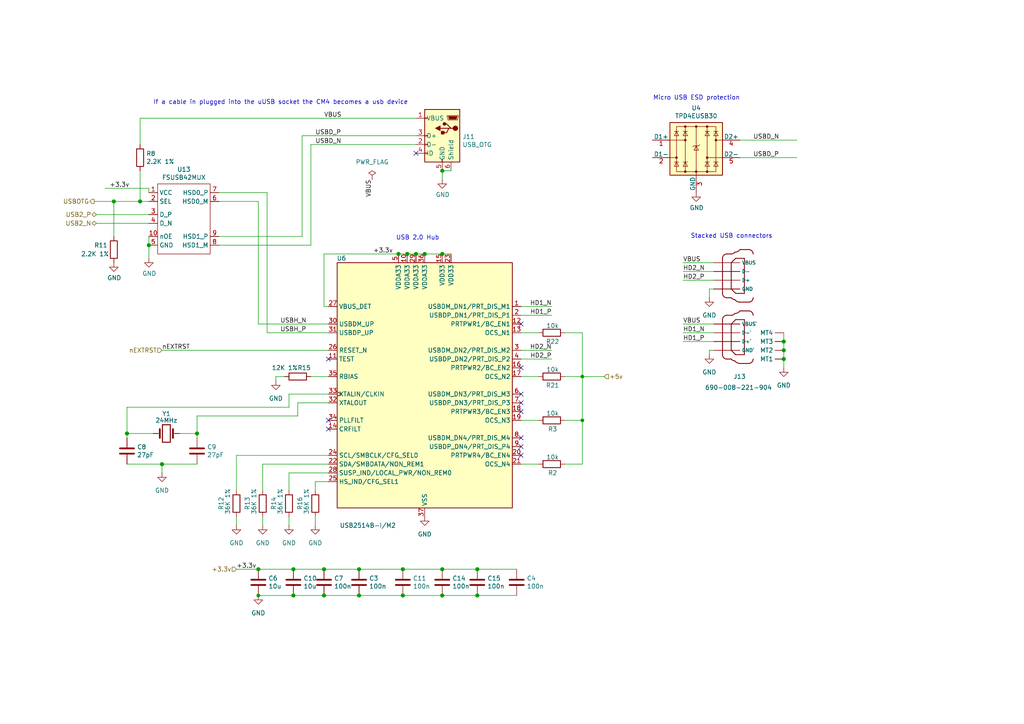
<source format=kicad_sch>
(kicad_sch (version 20250114) (generator "eeschema") (generator_version "9.0")
  (paper "A4")
  (title_block (title "Compute Module 4 - USB") (rev "1") (company "Team Fire 180DA/DW"))
  (lib_symbols
    (symbol "CM4IO:FSUSB42MX"
      (property "Reference" "U" (at -7.62 20.32 0))
      (property "Value" "FSUSB42MX" (at -2.54 -2.54 0))
      (symbol "FSUSB42MX_0_0"
        (pin bidirectional line (at -11.43 16.51 0) (length 2.54) (name "HSD0_P") (number "7"))
        (pin bidirectional line (at -11.43 13.97 0) (length 2.54) (name "HSD0_M") (number "6"))
        (pin bidirectional line (at -11.43 3.81 0) (length 2.54) (name "HSD1_P") (number "9"))
        (pin bidirectional line (at -11.43 1.27 0) (length 2.54) (name "HSD1_M") (number "8"))
        (pin power_in line (at 8.89 16.51 180) (length 2.54) (name "VCC") (number "1"))
        (pin input line (at 8.89 13.97 180) (length 2.54) (name "SEL") (number "2"))
        (pin bidirectional line (at 8.89 10.16 180) (length 2.54) (name "D_P") (number "3"))
        (pin bidirectional line (at 8.89 7.62 180) (length 2.54) (name "D_N") (number "4"))
        (pin input line (at 8.89 3.81 180) (length 2.54) (name "nOE") (number "10"))
        (pin power_in line (at 8.89 1.27 180) (length 2.54) (name "GND") (number "5"))
      )
      (symbol "FSUSB42MX_0_1"
        (rectangle (start -8.89 19.05) (end 6.35 -1.27))
      )
    )
    (symbol "CM4IO:TPD4EUSB30" (pin_names (offset 0))
      (property "Reference" "U" (at -0.635 8.89 0))
      (property "Value" "TPD4EUSB30" (at 8.89 -10.16 0))
      (symbol "TPD4EUSB30_0_0"
        (rectangle (start -5.715 6.477) (end 5.715 -6.604))
        (polyline (pts (xy -3.175 -6.604) (xy -3.175 6.477)))
        (polyline (pts (xy 0 6.477) (xy 0 -6.604)))
        (polyline (pts (xy 3.175 6.477) (xy 3.175 -6.604)))
      )
      (symbol "TPD4EUSB30_0_1"
        (polyline (pts (xy -7.747 2.54) (xy -3.175 2.54)))
        (rectangle (start -7.62 7.62) (end 7.62 -7.62) (stroke (width 0.254)) (fill (type background)))
        (polyline (pts (xy -7.62 -2.54) (xy -5.715 -2.54)))
        (circle (center -5.715 -2.54) (radius 0.2794) (fill (type outline)))
        (polyline (pts (xy -5.08 5.08) (xy -6.35 5.08)))
        (polyline (pts (xy -5.08 3.81) (xy -6.35 3.81) (xy -5.715 5.08) (xy -5.08 3.81)))
        (polyline (pts (xy -5.08 -3.81) (xy -6.35 -3.81)))
        (polyline (pts (xy -5.08 -5.08) (xy -6.35 -5.08) (xy -5.715 -3.81) (xy -5.08 -5.08)))
        (circle (center -3.175 6.477) (radius 0.2794) (fill (type outline)))
        (circle (center -3.175 2.54) (radius 0.2794) (fill (type outline)))
        (circle (center -3.175 -6.604) (radius 0.2794) (fill (type outline)))
        (polyline (pts (xy -2.54 5.08) (xy -3.81 5.08)))
        (polyline (pts (xy -2.54 3.81) (xy -3.81 3.81) (xy -3.175 5.08) (xy -2.54 3.81)))
        (polyline (pts (xy -2.54 -3.81) (xy -3.81 -3.81)))
        (polyline (pts (xy -2.54 -5.08) (xy -3.81 -5.08) (xy -3.175 -3.81) (xy -2.54 -5.08)))
        (polyline (pts (xy -0.635 0.889) (xy -1.016 0.635)))
        (circle (center 0 6.477) (radius 0.2794) (fill (type outline)))
        (polyline (pts (xy 0 -6.604) (xy 0 -7.62)))
        (circle (center 0 -6.604) (radius 0.2794) (fill (type outline)))
        (polyline (pts (xy 0.635 0.889) (xy -0.635 0.889)))
        (polyline (pts (xy 0.635 0.889) (xy 1.016 1.143)))
        (polyline (pts (xy 0.635 -0.381) (xy -0.635 -0.381) (xy 0 0.889) (xy 0.635 -0.381)))
        (circle (center 3.175 6.477) (radius 0.2794) (fill (type outline)))
        (circle (center 3.175 -2.54) (radius 0.2794) (fill (type outline)))
        (circle (center 3.175 -6.604) (radius 0.2794) (fill (type outline)))
        (polyline (pts (xy 3.81 5.08) (xy 2.54 5.08)))
        (polyline (pts (xy 3.81 3.81) (xy 2.54 3.81) (xy 3.175 5.08) (xy 3.81 3.81)))
        (polyline (pts (xy 3.81 -3.81) (xy 2.54 -3.81)))
        (polyline (pts (xy 3.81 -5.08) (xy 2.54 -5.08) (xy 3.175 -3.81) (xy 3.81 -5.08)))
        (circle (center 5.715 2.54) (radius 0.2794) (fill (type outline)))
        (polyline (pts (xy 6.35 5.08) (xy 5.08 5.08)))
        (polyline (pts (xy 6.35 3.81) (xy 5.08 3.81) (xy 5.715 5.08) (xy 6.35 3.81)))
        (polyline (pts (xy 6.35 -3.81) (xy 5.08 -3.81)))
        (polyline (pts (xy 6.35 -5.08) (xy 5.08 -5.08) (xy 5.715 -3.81) (xy 6.35 -5.08)))
        (polyline (pts (xy 7.62 2.54) (xy 5.715 2.54)))
        (polyline (pts (xy 7.62 -2.54) (xy 3.175 -2.54)))
      )
      (symbol "TPD4EUSB30_1_1"
        (pin passive line (at -12.7 2.54 0) (length 5.08) (name "D1+") (number "1"))
        (pin passive line (at -12.7 2.54 0) (length 5.08) (hide yes) (name "~") (number "10"))
        (pin passive line (at -12.7 -2.54 0) (length 5.08) (name "D1-") (number "2"))
        (pin passive line (at -12.7 -2.54 0) (length 5.08) (hide yes) (name "~") (number "9"))
        (pin power_in line (at 0 -12.7 90) (length 5.08) (name "GND") (number "3"))
        (pin passive line (at 0 -12.7 90) (length 5.08) (hide yes) (name "GND") (number "8"))
        (pin passive line (at 12.7 2.54 180) (length 5.08) (name "D2+") (number "4"))
        (pin passive line (at 12.7 2.54 180) (length 5.08) (hide yes) (name "~") (number "7"))
        (pin passive line (at 12.7 -2.54 180) (length 5.08) (name "D2-") (number "5"))
        (pin passive line (at 12.7 -2.54 180) (length 5.08) (hide yes) (name "~") (number "6"))
      )
    )
    (symbol "CM4IO:USB_67298-4090" (pin_numbers (hide yes))
      (property "Reference" "J" (at -5.08 21.6408 0))
      (property "Value" "USB_67298-4090" (at -5.08 -17.8054 0))
      (symbol "USB_67298-4090_0_0"
        (polyline (pts (xy -5.08 16.51) (xy -5.08 6.35)) (stroke (width 0.254)))
        (polyline (pts (xy -5.08 -1.27) (xy -5.08 -11.43)) (stroke (width 0.254)))
        (polyline (pts (xy -3.81 17.78) (xy -2.54 17.78)) (stroke (width 0.254)))
        (polyline (pts (xy -3.81 5.08) (xy -2.54 5.08)) (stroke (width 0.254)))
        (polyline (pts (xy -3.81 0) (xy -2.54 0)) (stroke (width 0.254)))
        (polyline (pts (xy -3.81 -12.7) (xy -2.54 -12.7)) (stroke (width 0.254)))
        (arc (start -5.08 16.51) (mid -4.708 17.408) (end -3.81 17.78) (stroke (width 0.254)))
        (arc (start -3.81 5.08) (mid -4.708 5.452) (end -5.08 6.35) (stroke (width 0.254)))
        (arc (start -5.08 -1.27) (mid -4.708 -0.372) (end -3.81 0) (stroke (width 0.254)))
        (arc (start -3.81 -12.7) (mid -4.708 -12.328) (end -5.08 -11.43) (stroke (width 0.254)))
        (arc (start -1.524 18.288) (mid -1.972 17.9141) (end -2.54 17.78) (stroke (width 0.254)))
        (polyline (pts (xy -2.54 15.24) (xy -2.54 7.62)) (stroke (width 0.254)))
        (polyline (pts (xy -2.54 7.62) (xy -1.27 6.35)) (stroke (width 0.254)))
        (arc (start -1.524 0.508) (mid -1.972 0.1341) (end -2.54 0) (stroke (width 0.254)))
        (polyline (pts (xy -2.54 -2.54) (xy -2.54 -10.16)) (stroke (width 0.254)))
        (polyline (pts (xy -2.54 -10.16) (xy -1.27 -11.43)) (stroke (width 0.254)))
        (arc (start 0 19.05) (mid -0.6721 18.4891) (end -1.524 18.288) (stroke (width 0.254)))
        (arc (start 0 1.27) (mid -0.6721 0.7091) (end -1.524 0.508) (stroke (width 0.254)))
        (arc (start -1.524 4.572) (mid -2.0919 4.7061) (end -2.54 5.08) (stroke (width 0.254)))
        (arc (start -1.524 -13.208) (mid -2.0919 -13.0739) (end -2.54 -12.7) (stroke (width 0.254)))
        (polyline (pts (xy -1.27 16.51) (xy -2.54 15.24)) (stroke (width 0.254)))
        (polyline (pts (xy -1.27 6.35) (xy 1.27 6.35)) (stroke (width 0.254)))
        (polyline (pts (xy -1.27 -1.27) (xy -2.54 -2.54)) (stroke (width 0.254)))
        (polyline (pts (xy -1.27 -11.43) (xy 1.27 -11.43)) (stroke (width 0.254)))
        (polyline (pts (xy 0 19.05) (xy 2.54 19.05)) (stroke (width 0.254)))
        (arc (start 0 3.81) (mid -0.8519 4.0111) (end -1.524 4.572) (stroke (width 0.254)))
        (polyline (pts (xy 0 3.81) (xy 2.54 3.81)) (stroke (width 0.254)))
        (polyline (pts (xy 0 1.27) (xy 2.54 1.27)) (stroke (width 0.254)))
        (arc (start 0 -13.97) (mid -0.8519 -13.7689) (end -1.524 -13.208) (stroke (width 0.254)))
        (polyline (pts (xy 0 -13.97) (xy 2.54 -13.97)) (stroke (width 0.254)))
        (polyline (pts (xy 1.27 16.51) (xy -1.27 16.51)) (stroke (width 0.254)))
        (polyline (pts (xy 1.27 6.35) (xy 1.27 16.51)) (stroke (width 0.254)))
        (polyline (pts (xy 1.27 -1.27) (xy -1.27 -1.27)) (stroke (width 0.254)))
        (polyline (pts (xy 1.27 -11.43) (xy 1.27 -1.27)) (stroke (width 0.254)))
        (arc (start 2.54 19.05) (mid 3.438 18.678) (end 3.81 17.78) (stroke (width 0.254)))
        (arc (start 3.81 5.08) (mid 3.438 4.182) (end 2.54 3.81) (stroke (width 0.254)))
        (arc (start 2.54 1.27) (mid 3.438 0.898) (end 3.81 0) (stroke (width 0.254)))
        (arc (start 3.81 -12.7) (mid 3.438 -13.598) (end 2.54 -13.97) (stroke (width 0.254)))
        (pin power_in line (at -7.62 15.24 0) (length 7.62) (name "VBUS") (number "5"))
        (pin passive line (at -7.62 12.7 0) (length 7.62) (name "D-") (number "6"))
        (pin passive line (at -7.62 10.16 0) (length 7.62) (name "D+") (number "7"))
        (pin power_in line (at -7.62 7.62 0) (length 7.62) (name "GND") (number "8"))
        (pin power_in line (at -7.62 -2.54 0) (length 7.62) (name "VBUS`") (number "1"))
        (pin passive line (at -7.62 -5.08 0) (length 7.62) (name "D-`") (number "2"))
        (pin passive line (at -7.62 -7.62 0) (length 7.62) (name "D+`") (number "3"))
        (pin power_in line (at -7.62 -10.16 0) (length 7.62) (name "GND`") (number "4"))
        (pin passive line (at 12.7 -5.08 180) (length 2.54) (name "MT4") (number "MT4"))
        (pin passive line (at 12.7 -7.62 180) (length 2.54) (name "MT3") (number "MT3"))
        (pin passive line (at 12.7 -10.16 180) (length 2.54) (name "MT2") (number "MT2"))
        (pin passive line (at 12.7 -12.7 180) (length 2.54) (name "MT1") (number "MT1"))
      )
    )
    (symbol "Connector:USB_OTG"
      (property "Reference" "J" (at -5.08 11.43 0))
      (property "Value" "USB_OTG" (at -5.08 8.89 0))
      (symbol "USB_OTG_0_1"
        (rectangle (start -5.08 -7.62) (end 5.08 7.62) (stroke (width 0.254)) (fill (type background)))
        (polyline (pts (xy -4.699 5.842) (xy -4.699 5.588) (xy -4.445 4.826) (xy -4.445 4.572) (xy -1.651 4.572) (xy -1.651 4.826) (xy -1.397 5.588) (xy -1.397 5.842) (xy -4.699 5.842)))
        (polyline (pts (xy -4.318 5.588) (xy -1.778 5.588) (xy -2.032 4.826) (xy -4.064 4.826) (xy -4.318 5.588)) (fill (type outline)))
        (circle (center -3.81 2.159) (radius 0.635) (stroke (width 0.254)) (fill (type outline)))
        (polyline (pts (xy -3.175 2.159) (xy -2.54 2.159) (xy -1.27 3.429) (xy -0.635 3.429)) (stroke (width 0.254)))
        (polyline (pts (xy -2.54 2.159) (xy -1.905 2.159) (xy -1.27 0.889) (xy 0 0.889)) (stroke (width 0.254)))
        (polyline (pts (xy -1.905 2.159) (xy 0.635 2.159)) (stroke (width 0.254)))
        (circle (center -0.635 3.429) (radius 0.381) (stroke (width 0.254)) (fill (type outline)))
        (rectangle (start -0.127 -7.62) (end 0.127 -6.858))
        (rectangle (start 0.254 1.27) (end -0.508 0.508) (stroke (width 0.254)) (fill (type outline)))
        (polyline (pts (xy 0.635 2.794) (xy 0.635 1.524) (xy 1.905 2.159) (xy 0.635 2.794)) (stroke (width 0.254)) (fill (type outline)))
        (rectangle (start 5.08 4.953) (end 4.318 5.207))
        (rectangle (start 5.08 -0.127) (end 4.318 0.127))
        (rectangle (start 5.08 -2.667) (end 4.318 -2.413))
        (rectangle (start 5.08 -5.207) (end 4.318 -4.953))
      )
      (symbol "USB_OTG_1_1"
        (pin passive line (at -2.54 -10.16 90) (length 2.54) (name "Shield") (number "6"))
        (pin power_in line (at 0 -10.16 90) (length 2.54) (name "GND") (number "5"))
        (pin power_in line (at 7.62 5.08 180) (length 2.54) (name "VBUS") (number "1"))
        (pin passive line (at 7.62 0 180) (length 2.54) (name "D+") (number "3"))
        (pin passive line (at 7.62 -2.54 180) (length 2.54) (name "D-") (number "2"))
        (pin passive line (at 7.62 -5.08 180) (length 2.54) (name "ID") (number "4"))
      )
    )
    (symbol "Device:C" (pin_numbers (hide yes)) (pin_names (offset 0.254))
      (property "Reference" "C" (at 0.635 2.54 0))
      (property "Value" "C" (at 0.635 -2.54 0))
      (symbol "C_0_1"
        (polyline (pts (xy -2.032 0.762) (xy 2.032 0.762)) (stroke (width 0.508)))
        (polyline (pts (xy -2.032 -0.762) (xy 2.032 -0.762)) (stroke (width 0.508)))
      )
      (symbol "C_1_1"
        (pin passive line (at 0 3.81 270) (length 2.794) (name "~") (number "1"))
        (pin passive line (at 0 -3.81 90) (length 2.794) (name "~") (number "2"))
      )
    )
    (symbol "Device:Crystal" (pin_numbers (hide yes)) (pin_names (hide yes))
      (property "Reference" "Y" (at 0 3.81 0))
      (property "Value" "Crystal" (at 0 -3.81 0))
      (symbol "Crystal_0_1"
        (polyline (pts (xy -2.54 0) (xy -1.905 0)))
        (polyline (pts (xy -1.905 -1.27) (xy -1.905 1.27)) (stroke (width 0.508)))
        (rectangle (start -1.143 2.54) (end 1.143 -2.54) (stroke (width 0.3048)))
        (polyline (pts (xy 1.905 -1.27) (xy 1.905 1.27)) (stroke (width 0.508)))
        (polyline (pts (xy 2.54 0) (xy 1.905 0)))
      )
      (symbol "Crystal_1_1"
        (pin passive line (at -3.81 0 0) (length 1.27) (name "1") (number "1"))
        (pin passive line (at 3.81 0 180) (length 1.27) (name "2") (number "2"))
      )
    )
    (symbol "Device:R" (pin_numbers (hide yes)) (pin_names (offset 0))
      (property "Reference" "R" (at 2.032 0 90))
      (property "Value" "R" (at 0 0 90))
      (symbol "R_0_1"
        (rectangle (start -1.016 -2.54) (end 1.016 2.54) (stroke (width 0.254)))
      )
      (symbol "R_1_1"
        (pin passive line (at 0 3.81 270) (length 1.27) (name "~") (number "1"))
        (pin passive line (at 0 -3.81 90) (length 1.27) (name "~") (number "2"))
      )
    )
    (symbol "GND_1" (power) (pin_numbers (hide yes)) (pin_names (offset 0) (hide yes))
      (property "Value" "GND" (at 0 -3.81 0))
      (symbol "GND_1_0_1"
        (polyline (pts (xy 0 0) (xy 0 -1.27) (xy 1.27 -1.27) (xy 0 -2.54) (xy -1.27 -1.27) (xy 0 -1.27)))
      )
      (symbol "GND_1_1_1"
        (pin power_in line (at 0 0 270) (length 0) (name "~") (number "1"))
      )
    )
    (symbol "Interface_USB:USB2514B_Bi"
      (property "Reference" "U" (at -17.78 40.64 0))
      (property "Value" "USB2514B_Bi" (at -20.32 38.1 0))
      (symbol "USB2514B_Bi_0_1"
        (rectangle (start -25.4 35.56) (end 25.4 -35.56) (stroke (width 0.254)) (fill (type background)))
      )
      (symbol "USB2514B_Bi_1_1"
        (pin input line (at -27.94 22.86 0) (length 2.54) (name "VBUS_DET") (number "27"))
        (pin bidirectional line (at -27.94 17.78 0) (length 2.54) (name "USBDM_UP") (number "30"))
        (pin bidirectional line (at -27.94 15.24 0) (length 2.54) (name "USBDP_UP") (number "31"))
        (pin input line (at -27.94 10.16 0) (length 2.54) (name "RESET_N") (number "26"))
        (pin input line (at -27.94 7.62 0) (length 2.54) (name "TEST") (number "11"))
        (pin input line (at -27.94 2.54 0) (length 2.54) (name "RBIAS") (number "35"))
        (pin input clock (at -27.94 -2.54 0) (length 2.54) (name "XTALIN/CLKIN") (number "33"))
        (pin output line (at -27.94 -5.08 0) (length 2.54) (name "XTALOUT") (number "32"))
        (pin input line (at -27.94 -10.16 0) (length 2.54) (name "PLLFILT") (number "34"))
        (pin input line (at -27.94 -12.7 0) (length 2.54) (name "CRFILT") (number "14"))
        (pin bidirectional line (at -27.94 -20.32 0) (length 2.54) (name "SCL/SMBCLK/CFG_SEL0") (number "24"))
        (pin bidirectional line (at -27.94 -22.86 0) (length 2.54) (name "SDA/SMBDATA/NON_REM1") (number "22"))
        (pin bidirectional line (at -27.94 -25.4 0) (length 2.54) (name "SUSP_IND/LOCAL_PWR/NON_REM0") (number "28"))
        (pin bidirectional line (at -27.94 -27.94 0) (length 2.54) (name "HS_IND/CFG_SEL1") (number "25"))
        (pin power_in line (at -7.62 38.1 270) (length 2.54) (name "VDDA33") (number "5"))
        (pin power_in line (at -5.08 38.1 270) (length 2.54) (name "VDDA33") (number "10"))
        (pin power_in line (at -2.54 38.1 270) (length 2.54) (name "VDDA33") (number "29"))
        (pin power_in line (at 0 38.1 270) (length 2.54) (name "VDDA33") (number "36"))
        (pin power_in line (at 0 -38.1 90) (length 2.54) (name "VSS") (number "37"))
        (pin power_in line (at 5.08 38.1 270) (length 2.54) (name "VDD33") (number "15"))
        (pin power_in line (at 7.62 38.1 270) (length 2.54) (name "VDD33") (number "23"))
        (pin bidirectional line (at 27.94 22.86 180) (length 2.54) (name "USBDM_DN1/PRT_DIS_M1") (number "1"))
        (pin bidirectional line (at 27.94 20.32 180) (length 2.54) (name "USBDP_DN1/PRT_DIS_P1") (number "2"))
        (pin bidirectional line (at 27.94 17.78 180) (length 2.54) (name "PRTPWR1/BC_EN1") (number "12"))
        (pin input line (at 27.94 15.24 180) (length 2.54) (name "OCS_N1") (number "13"))
        (pin bidirectional line (at 27.94 10.16 180) (length 2.54) (name "USBDM_DN2/PRT_DIS_M2") (number "3"))
        (pin bidirectional line (at 27.94 7.62 180) (length 2.54) (name "USBDP_DN2/PRT_DIS_P2") (number "4"))
        (pin bidirectional line (at 27.94 5.08 180) (length 2.54) (name "PRTPWR2/BC_EN2") (number "16"))
        (pin input line (at 27.94 2.54 180) (length 2.54) (name "OCS_N2") (number "17"))
        (pin bidirectional line (at 27.94 -2.54 180) (length 2.54) (name "USBDM_DN3/PRT_DIS_M3") (number "6"))
        (pin bidirectional line (at 27.94 -5.08 180) (length 2.54) (name "USBDP_DN3/PRT_DIS_P3") (number "7"))
        (pin bidirectional line (at 27.94 -7.62 180) (length 2.54) (name "PRTPWR3/BC_EN3") (number "18"))
        (pin input line (at 27.94 -10.16 180) (length 2.54) (name "OCS_N3") (number "19"))
        (pin bidirectional line (at 27.94 -15.24 180) (length 2.54) (name "USBDM_DN4/PRT_DIS_M4") (number "8"))
        (pin bidirectional line (at 27.94 -17.78 180) (length 2.54) (name "USBDP_DN4/PRT_DIS_P4") (number "9"))
        (pin bidirectional line (at 27.94 -20.32 180) (length 2.54) (name "PRTPWR4/BC_EN4") (number "20"))
        (pin input line (at 27.94 -22.86 180) (length 2.54) (name "OCS_N4") (number "21"))
      )
    )
    (symbol "power:GND" (power) (pin_names (offset 0))
      (property "Value" "GND" (at 0 -3.81 0))
      (symbol "GND_0_1"
        (polyline (pts (xy 0 0) (xy 0 -1.27) (xy 1.27 -1.27) (xy 0 -2.54) (xy -1.27 -1.27) (xy 0 -1.27)))
      )
      (symbol "GND_1_1"
        (pin power_in line (at 0 0 270) (length 0) (hide yes) (name "GND") (number "1"))
      )
    )
    (symbol "power:PWR_FLAG" (power) (pin_numbers (hide yes)) (pin_names (offset 0) (hide yes))
      (property "Value" "PWR_FLAG" (at 0 3.81 0))
      (symbol "PWR_FLAG_0_0"
        (pin power_out line (at 0 0 90) (length 0) (name "~") (number "1"))
      )
      (symbol "PWR_FLAG_0_1"
        (polyline (pts (xy 0 0) (xy 0 1.27) (xy -1.016 1.905) (xy 0 2.54) (xy 1.016 1.905) (xy 0 1.27)))
      )
    )
  )
  (text "USB 2.0 Hub" (at 127.4318 69.7992 0) (effects (font (size 1.27 1.27)) (justify right bottom)))
  (text "If a cable in plugged into the uUSB socket the CM4 becomes a usb device" (at 44.45 30.48 0) (effects (font (size 1.27 1.27)) (justify left bottom)))
  (text "Micro USB ESD protection" (at 214.63 29.21 0) (effects (font (size 1.27 1.27)) (justify right bottom)))
  (text "Stacked USB connectors" (at 224.0788 69.2912 0) (effects (font (size 1.27 1.27)) (justify right bottom)))
  (junction (at 104.14 165.1) (diameter 1.016))
  (junction (at 104.14 172.72) (diameter 1.016))
  (junction (at 138.43 165.1) (diameter 1.016))
  (junction (at 93.98 165.1) (diameter 1.016))
  (junction (at 128.27 49.53) (diameter 1.016))
  (junction (at 227.33 104.14) (diameter 1.016))
  (junction (at 116.84 165.1) (diameter 1.016))
  (junction (at 85.09 165.1) (diameter 1.016))
  (junction (at 168.91 109.22))
  (junction (at 128.27 172.72) (diameter 1.016))
  (junction (at 36.83 125.73) (diameter 1.016))
  (junction (at 120.65 73.66) (diameter 1.016))
  (junction (at 128.27 73.66) (diameter 1.016))
  (junction (at 227.33 99.06) (diameter 1.016))
  (junction (at 74.93 172.72))
  (junction (at 40.64 58.42) (diameter 1.016))
  (junction (at 227.33 101.6) (diameter 1.016))
  (junction (at 123.19 73.66) (diameter 1.016))
  (junction (at 128.27 165.1) (diameter 1.016))
  (junction (at 74.93 165.1) (diameter 1.016))
  (junction (at 93.98 172.72) (diameter 1.016))
  (junction (at 57.15 125.73) (diameter 1.016))
  (junction (at 85.09 172.72) (diameter 1.016))
  (junction (at 43.18 71.12) (diameter 1.016))
  (junction (at 33.02 58.42) (diameter 1.016))
  (junction (at 115.57 73.66) (diameter 1.016))
  (junction (at 116.84 172.72) (diameter 1.016))
  (junction (at 118.11 73.66) (diameter 1.016))
  (junction (at 168.91 121.92))
  (junction (at 138.43 172.72) (diameter 1.016))
  (junction (at 46.99 134.62) (diameter 1.016))
  (no_connect (at 151.13 93.98))
  (no_connect (at 95.25 121.92))
  (no_connect (at 95.25 104.14))
  (no_connect (at 120.65 44.45))
  (no_connect (at 151.13 127))
  (no_connect (at 95.25 124.46))
  (no_connect (at 151.13 129.54))
  (no_connect (at 151.13 119.38))
  (no_connect (at 151.13 106.68))
  (no_connect (at 151.13 132.08))
  (no_connect (at 151.13 114.3))
  (no_connect (at 151.13 116.84))
  (wire (pts (xy 86.36 116.84) (xy 86.36 120.65)))
  (wire (pts (xy 151.13 88.9) (xy 160.02 88.9)))
  (wire (pts (xy 74.93 165.1) (xy 85.09 165.1)))
  (wire (pts (xy 104.14 165.1) (xy 116.84 165.1)))
  (wire (pts (xy 198.12 78.74) (xy 207.01 78.74)))
  (wire (pts (xy 36.83 127) (xy 36.83 125.73)))
  (wire (pts (xy 198.12 81.28) (xy 207.01 81.28)))
  (wire (pts (xy 163.83 96.52) (xy 168.91 96.52)))
  (wire (pts (xy 151.13 91.44) (xy 160.02 91.44)))
  (wire (pts (xy 57.15 120.65) (xy 57.15 125.73)))
  (wire (pts (xy 95.25 93.98) (xy 74.93 93.98)))
  (wire (pts (xy 83.82 142.24) (xy 83.82 137.16)))
  (wire (pts (xy 138.43 165.1) (xy 149.86 165.1)))
  (wire (pts (xy 68.58 149.86) (xy 68.58 152.4)))
  (wire (pts (xy 83.82 118.11) (xy 36.83 118.11)))
  (wire (pts (xy 93.98 88.9) (xy 93.98 73.66)))
  (wire (pts (xy 43.18 58.42) (xy 40.64 58.42)))
  (wire (pts (xy 77.47 55.88) (xy 77.47 96.52)))
  (wire (pts (xy 85.09 165.1) (xy 93.98 165.1)))
  (wire (pts (xy 74.93 58.42) (xy 74.93 93.98)))
  (wire (pts (xy 118.11 73.66) (xy 120.65 73.66)))
  (wire (pts (xy 85.09 172.72) (xy 93.98 172.72)))
  (wire (pts (xy 43.18 55.88) (xy 43.18 54.61)))
  (wire (pts (xy 83.82 114.3) (xy 83.82 118.11)))
  (wire (pts (xy 36.83 118.11) (xy 36.83 125.73)))
  (wire (pts (xy 82.55 109.22) (xy 80.01 109.22)))
  (wire (pts (xy 128.27 172.72) (xy 138.43 172.72)))
  (wire (pts (xy 168.91 121.92) (xy 168.91 134.62)))
  (wire (pts (xy 168.91 109.22) (xy 168.91 121.92)))
  (wire (pts (xy 63.5 71.12) (xy 90.17 71.12)))
  (wire (pts (xy 91.44 149.86) (xy 91.44 152.4)))
  (wire (pts (xy 227.33 104.14) (xy 227.33 106.68)))
  (wire (pts (xy 128.27 49.53) (xy 130.81 49.53)))
  (wire (pts (xy 76.2 134.62) (xy 95.25 134.62)))
  (wire (pts (xy 163.83 109.22) (xy 168.91 109.22)))
  (wire (pts (xy 90.17 71.12) (xy 90.17 41.91)))
  (wire (pts (xy 227.33 96.52) (xy 227.33 99.06)))
  (wire (pts (xy 76.2 149.86) (xy 76.2 152.4)))
  (wire (pts (xy 57.15 125.73) (xy 57.15 127)))
  (wire (pts (xy 151.13 101.6) (xy 160.02 101.6)))
  (wire (pts (xy 163.83 121.92) (xy 168.91 121.92)))
  (wire (pts (xy 151.13 134.62) (xy 156.21 134.62)))
  (wire (pts (xy 90.17 109.22) (xy 95.25 109.22)))
  (wire (pts (xy 198.12 96.52) (xy 207.01 96.52)))
  (wire (pts (xy 128.27 52.07) (xy 128.27 49.53)))
  (wire (pts (xy 123.19 73.66) (xy 128.27 73.66)))
  (wire (pts (xy 214.63 40.64) (xy 231.14 40.64)))
  (wire (pts (xy 63.5 68.58) (xy 87.63 68.58)))
  (wire (pts (xy 168.91 109.22) (xy 175.26 109.22)))
  (wire (pts (xy 27.94 64.77) (xy 43.18 64.77)))
  (wire (pts (xy 68.58 132.08) (xy 95.25 132.08)))
  (wire (pts (xy 151.13 104.14) (xy 160.02 104.14)))
  (wire (pts (xy 163.83 134.62) (xy 168.91 134.62)))
  (wire (pts (xy 95.25 116.84) (xy 86.36 116.84)))
  (wire (pts (xy 168.91 96.52) (xy 168.91 109.22)))
  (wire (pts (xy 87.63 68.58) (xy 87.63 39.37)))
  (wire (pts (xy 214.63 45.72) (xy 231.14 45.72)))
  (wire (pts (xy 198.12 93.98) (xy 207.01 93.98)))
  (wire (pts (xy 86.36 120.65) (xy 57.15 120.65)))
  (wire (pts (xy 151.13 109.22) (xy 156.21 109.22)))
  (wire (pts (xy 93.98 73.66) (xy 115.57 73.66)))
  (wire (pts (xy 83.82 149.86) (xy 83.82 152.4)))
  (wire (pts (xy 227.33 99.06) (xy 227.33 101.6)))
  (wire (pts (xy 46.99 134.62) (xy 57.15 134.62)))
  (wire (pts (xy 91.44 142.24) (xy 91.44 139.7)))
  (wire (pts (xy 227.33 101.6) (xy 227.33 104.14)))
  (wire (pts (xy 120.65 73.66) (xy 123.19 73.66)))
  (wire (pts (xy 27.305 58.42) (xy 33.02 58.42)))
  (wire (pts (xy 138.43 172.72) (xy 149.86 172.72)))
  (wire (pts (xy 83.82 114.3) (xy 95.25 114.3)))
  (wire (pts (xy 63.5 55.88) (xy 77.47 55.88)))
  (wire (pts (xy 207.01 83.82) (xy 205.74 83.82)))
  (wire (pts (xy 151.13 96.52) (xy 156.21 96.52)))
  (wire (pts (xy 198.12 76.2) (xy 207.01 76.2)))
  (wire (pts (xy 36.83 125.73) (xy 44.45 125.73)))
  (wire (pts (xy 115.57 73.66) (xy 118.11 73.66)))
  (wire (pts (xy 30.48 54.61) (xy 43.18 54.61)))
  (wire (pts (xy 95.25 88.9) (xy 93.98 88.9)))
  (wire (pts (xy 91.44 139.7) (xy 95.25 139.7)))
  (wire (pts (xy 36.83 134.62) (xy 46.99 134.62)))
  (wire (pts (xy 128.27 73.66) (xy 130.81 73.66)))
  (wire (pts (xy 77.47 96.52) (xy 95.25 96.52)))
  (wire (pts (xy 104.14 172.72) (xy 116.84 172.72)))
  (wire (pts (xy 63.5 58.42) (xy 74.93 58.42)))
  (wire (pts (xy 198.12 99.06) (xy 207.01 99.06)))
  (wire (pts (xy 74.93 172.72) (xy 85.09 172.72)))
  (wire (pts (xy 68.58 165.1) (xy 74.93 165.1)))
  (wire (pts (xy 43.18 71.12) (xy 43.18 74.93)))
  (wire (pts (xy 93.98 165.1) (xy 104.14 165.1)))
  (wire (pts (xy 33.02 58.42) (xy 33.02 68.58)))
  (wire (pts (xy 207.01 101.6) (xy 205.74 101.6)))
  (wire (pts (xy 116.84 172.72) (xy 128.27 172.72)))
  (wire (pts (xy 93.98 172.72) (xy 104.14 172.72)))
  (wire (pts (xy 116.84 165.1) (xy 128.27 165.1)))
  (wire (pts (xy 40.64 49.53) (xy 40.64 58.42)))
  (wire (pts (xy 46.99 101.6) (xy 95.25 101.6)))
  (wire (pts (xy 128.27 165.1) (xy 138.43 165.1)))
  (wire (pts (xy 205.74 101.6) (xy 205.74 102.87)))
  (wire (pts (xy 27.94 62.23) (xy 43.18 62.23)))
  (wire (pts (xy 76.2 142.24) (xy 76.2 134.62)))
  (wire (pts (xy 52.07 125.73) (xy 57.15 125.73)))
  (wire (pts (xy 40.64 34.29) (xy 120.65 34.29)))
  (wire (pts (xy 40.64 58.42) (xy 33.02 58.42)))
  (wire (pts (xy 68.58 142.24) (xy 68.58 132.08)))
  (wire (pts (xy 90.17 41.91) (xy 120.65 41.91)))
  (wire (pts (xy 205.74 83.82) (xy 205.74 86.36)))
  (wire (pts (xy 87.63 39.37) (xy 120.65 39.37)))
  (wire (pts (xy 151.13 121.92) (xy 156.21 121.92)))
  (wire (pts (xy 80.01 109.22) (xy 80.01 110.49)))
  (wire (pts (xy 40.64 41.91) (xy 40.64 34.29)))
  (wire (pts (xy 83.82 137.16) (xy 95.25 137.16)))
  (wire (pts (xy 43.18 68.58) (xy 43.18 71.12)))
  (wire (pts (xy 46.99 134.62) (xy 46.99 137.16)))
  (label "+3.3v" (at 31.75 54.61 0))
  (label "HD2_P" (at 198.12 81.28 0))
  (label "HD1_P" (at 198.12 99.06 0))
  (label "HD1_N" (at 160.02 88.9 180))
  (label "VBUS" (at 198.12 76.2 0))
  (label "HD2_N" (at 198.12 78.74 0))
  (label "USBD_N" (at 218.44 40.64 0))
  (label "USBD_N" (at 91.44 41.91 0))
  (label "VBUS" (at 107.95 52.07 270))
  (label "HD2_P" (at 160.02 104.14 180))
  (label "VBUS" (at 93.98 34.29 0))
  (label "VBUS" (at 198.12 93.98 0))
  (label "+3.3v" (at 68.58 165.1 0))
  (label "USBH_P" (at 81.28 96.52 0))
  (label "nEXTRST" (at 46.99 101.6 0))
  (label "+3.3v" (at 108.204 73.66 0))
  (label "HD2_N" (at 160.02 101.6 180))
  (label "USBD_P" (at 218.44 45.72 0))
  (label "HD1_N" (at 198.12 96.52 0))
  (label "USBD_P" (at 91.44 39.37 0))
  (label "USBH_N" (at 81.28 93.98 0))
  (label "HD1_P" (at 160.02 91.44 180))
  (hierarchical_label "USB2_N" (shape bidirectional) (at 27.94 64.77 180))
  (hierarchical_label "USBOTG" (shape output) (at 27.305 58.42 180))
  (hierarchical_label "+3.3v" (shape input) (at 68.58 165.1 180))
  (hierarchical_label "USB2_P" (shape bidirectional) (at 27.94 62.23 180))
  (hierarchical_label "nEXTRST" (shape input) (at 46.99 101.6 180))
  (hierarchical_label "+5v" (shape input) (at 175.26 109.22 0))
  (symbol (lib_id "CM4IO:USB_67298-4090") (at 214.63 91.44 0) (unit 1)
    (property "Reference" "J13" (at 212.725 109.22 0) (effects (justify left)))
    (property "Value" "690-008-221-904" (at 204.47 112.395 0) (effects (justify left)))
    (property "Footprint" "CM4IO:MOLEX_USB_67298-4090" (effects (hide yes)))
    (property "Datasheet" "https://www.molex.com/pdm_docs/sd/672984090_sd.pdf" (effects (hide yes)))
    (property "Field4" "Farnell" (effects (hide yes)))
    (property "Field5" "	2751688" (effects (hide yes)))
    (property "Field6" "690-008-221-904" (effects (hide yes)))
    (property "Field7" "EDAC" (effects (hide yes)))
    (property "Field8" "UCON00727" (effects (hide yes)))
    (property "Part Description" "USB-A (USB TYPE-A), Stacked Receptacle Connector 8 Position Through Hole, Right Angle" (effects (hide yes)))
  )
  (symbol (lib_id "Connector:USB_OTG") (at 128.27 39.37 0) (mirror y) (unit 1)
    (property "Reference" "J11" (at 134.112 39.6494 0) (effects (justify right)))
    (property "Value" "USB_OTG" (at 134.112 41.9608 0) (effects (justify right)))
    (property "Footprint" "CM4IO:USB_Micro-B_EDAC_UCON00686" (effects (hide yes)))
    (property "Datasheet" "https://cdn.amphenol-icc.com/media/wysiwyg/files/documentation/datasheet/inputoutput/io_usb_micro.pd" (effects (hide yes)))
    (property "Field4" "Digikey" (effects (hide yes)))
    (property "Field5" "609-4050-2-ND" (effects (hide yes)))
    (property "Field6" "690-005-298-486" (effects (hide yes)))
    (property "Field7" "EDAC" (effects (hide yes)))
    (property "Part Description" "USB - micro B USB 2.0 Receptacle Connector 5 Position Surface Mount, Right Angle; Through Hole" (effects (hide yes)))
    (property "Field8" "UCON00686" (effects (hide yes)))
  )
  (symbol (lib_id "Device:R") (at 40.64 45.72 0) (unit 1)
    (property "Reference" "R8" (at 42.418 44.5516 0) (effects (justify left)))
    (property "Value" "2.2K 1%" (at 42.418 46.863 0) (effects (justify left)))
    (property "Footprint" "Resistor_SMD:R_0402_1005Metric" (effects (hide yes)))
    (property "Datasheet" "https://fscdn.rohm.com/en/products/databook/datasheet/passive/resistor/chip_resistor/mcr-e.pdf" (effects (hide yes)))
    (property "Field4" "Farnell" (effects (hide yes)))
    (property "Field5" "9239278" (effects (hide yes)))
    (property "Field7" "KOA EUROPE GMBH" (effects (hide yes)))
    (property "Field6" "RK73G1ETQTP2201D         " (effects (hide yes)))
    (property "Part Description" "Resistor 2.2K M1005 1% 63mW" (effects (hide yes)))
    (property "Field8" "120889581" (effects (hide yes)))
  )
  (symbol (lib_id "Device:R") (at 33.02 72.39 0) (unit 1)
    (property "Reference" "R11" (at 27.305 71.12 0) (effects (justify left)))
    (property "Value" "2.2K 1%" (at 23.495 73.66 0) (effects (justify left)))
    (property "Footprint" "Resistor_SMD:R_0402_1005Metric" (effects (hide yes)))
    (property "Datasheet" "https://fscdn.rohm.com/en/products/databook/datasheet/passive/resistor/chip_resistor/mcr-e.pdf" (effects (hide yes)))
    (property "Field4" "Farnell" (effects (hide yes)))
    (property "Field5" "9239278" (effects (hide yes)))
    (property "Field7" "KOA EUROPE GMBH" (effects (hide yes)))
    (property "Field6" "RK73G1ETQTP2201D         " (effects (hide yes)))
    (property "Part Description" "Resistor 2.2K M1005 1% 63mW" (effects (hide yes)))
    (property "Field8" "120889581" (effects (hide yes)))
  )
  (symbol (lib_id "Interface_USB:USB2514B_Bi") (at 123.19 111.76 0) (unit 1)
    (property "Reference" "U6" (at 99.06 74.93 0))
    (property "Value" "USB2514B-I/M2" (at 106.68 152.4 0))
    (property "Footprint" "Package_DFN_QFN:QFN-36-1EP_6x6mm_P0.5mm_EP3.7x3.7mm" (effects (hide yes)))
    (property "Datasheet" "http://ww1.microchip.com/downloads/en/DeviceDoc/00001692C.pdf" (effects (hide yes)))
    (property "Field4" "Farnell" (effects (hide yes)))
    (property "Field5" "2775060" (effects (hide yes)))
    (property "Field6" "USB2514B-I/M2" (effects (hide yes)))
    (property "Field7" "Microchip" (effects (hide yes)))
    (property "Part Description" "	USB Hub Controller USB Interface 36-SQFN (6x6)" (effects (hide yes)))
    (property "Field8" "UICC00931" (effects (hide yes)))
  )
  (symbol (lib_id "Device:R") (at 83.82 146.05 0) (unit 1)
    (property "Reference" "R14" (at 79.375 147.955 90) (effects (justify left)))
    (property "Value" "36K 1%" (at 81.28 149.225 90) (effects (justify left)))
    (property "Footprint" "Resistor_SMD:R_0402_1005Metric" (effects (hide yes)))
    (property "Datasheet" "https://fscdn.rohm.com/en/products/databook/datasheet/passive/resistor/chip_resistor/mcr-e.pdf" (effects (hide yes)))
    (property "Field4" "Farnell" (effects (hide yes)))
    (property "Field5" "1458788" (effects (hide yes)))
    (property "Field7" "Rohm" (effects (hide yes)))
    (property "Field6" "MCR01MZPF3602" (effects (hide yes)))
    (property "Part Description" "Resistor 36K M1005 1% 63mW" (effects (hide yes)))
  )
  (symbol (lib_id "Device:R") (at 76.2 146.05 0) (unit 1)
    (property "Reference" "R13" (at 71.755 147.955 90) (effects (justify left)))
    (property "Value" "36K 1%" (at 73.66 149.225 90) (effects (justify left)))
    (property "Footprint" "Resistor_SMD:R_0402_1005Metric" (effects (hide yes)))
    (property "Datasheet" "https://fscdn.rohm.com/en/products/databook/datasheet/passive/resistor/chip_resistor/mcr-e.pdf" (effects (hide yes)))
    (property "Field4" "Farnell" (effects (hide yes)))
    (property "Field5" "1458788" (effects (hide yes)))
    (property "Field7" "Rohm" (effects (hide yes)))
    (property "Field6" "MCR01MZPF3602" (effects (hide yes)))
    (property "Part Description" "Resistor 36K M1005 1% 63mW" (effects (hide yes)))
  )
  (symbol (lib_id "Device:R") (at 68.58 146.05 0) (unit 1)
    (property "Reference" "R12" (at 64.135 147.955 90) (effects (justify left)))
    (property "Value" "36K 1%" (at 66.04 149.225 90) (effects (justify left)))
    (property "Footprint" "Resistor_SMD:R_0402_1005Metric" (effects (hide yes)))
    (property "Datasheet" "https://fscdn.rohm.com/en/products/databook/datasheet/passive/resistor/chip_resistor/mcr-e.pdf" (effects (hide yes)))
    (property "Field4" "Farnell" (effects (hide yes)))
    (property "Field5" "1458788" (effects (hide yes)))
    (property "Field7" "Rohm" (effects (hide yes)))
    (property "Field6" "MCR01MZPF3602" (effects (hide yes)))
    (property "Part Description" "Resistor 36K M1005 1% 63mW" (effects (hide yes)))
  )
  (symbol (lib_id "power:GND") (at 128.27 52.07 0) (unit 1)
    (property "Reference" "#PWR013" (effects (hide yes)))
    (property "Value" "GND" (at 128.397 56.4642 0))
  )
  (symbol (lib_id "CM4IO:FSUSB42MX") (at 52.07 72.39 0) (mirror y) (unit 1)
    (property "Reference" "U13" (at 53.34 49.149 0))
    (property "Value" "FSUSB42MUX" (at 53.34 51.4604 0))
    (property "Footprint" "Package_SO:MSOP-10_3x3mm_P0.5mm" (effects (hide yes)))
    (property "Datasheet" "https://www.onsemi.com/pub/Collateral/FSUSB42-D.PDF" (effects (hide yes)))
    (property "Field4" "Farnell" (effects (hide yes)))
    (property "Field5" "2564479" (effects (hide yes)))
    (property "Field6" "FSUSB42MUX" (effects (hide yes)))
    (property "Field7" "Onsemi" (effects (hide yes)))
    (property "Part Description" "USB Switch IC 1 Channel 10-MSOP" (effects (hide yes)))
  )
  (symbol (lib_id "power:GND") (at 43.18 74.93 0) (unit 1)
    (property "Reference" "#PWR0143" (effects (hide yes)))
    (property "Value" "GND" (at 43.307 79.3242 0))
  )
  (symbol (lib_id "power:GND") (at 33.02 76.2 0) (unit 1)
    (property "Reference" "#PWR0144" (effects (hide yes)))
    (property "Value" "GND" (at 33.147 80.5942 0))
  )
  (symbol (lib_id "Device:R") (at 86.36 109.22 90) (unit 1)
    (property "Reference" "R15" (at 90.17 106.68 90) (effects (justify left)))
    (property "Value" "12K 1%" (at 86.36 106.68 90) (effects (justify left)))
    (property "Footprint" "Resistor_SMD:R_0402_1005Metric" (effects (hide yes)))
    (property "Datasheet" "https://fscdn.rohm.com/en/products/databook/datasheet/passive/resistor/chip_resistor/mcr-e.pdf" (effects (hide yes)))
    (property "Field4" "Farnell" (effects (hide yes)))
    (property "Field5" "9239367" (effects (hide yes)))
    (property "Field7" "Rohm" (effects (hide yes)))
    (property "Field6" "MCR01MZPF1202" (effects (hide yes)))
    (property "Part Description" "Resistor 12K M1005 1% 63mW" (effects (hide yes)))
  )
  (symbol (lib_id "Device:R") (at 91.44 146.05 0) (unit 1)
    (property "Reference" "R16" (at 86.995 147.955 90) (effects (justify left)))
    (property "Value" "36K 1%" (at 88.9 149.225 90) (effects (justify left)))
    (property "Footprint" "Resistor_SMD:R_0402_1005Metric" (effects (hide yes)))
    (property "Datasheet" "https://fscdn.rohm.com/en/products/databook/datasheet/passive/resistor/chip_resistor/mcr-e.pdf" (effects (hide yes)))
    (property "Field4" "Farnell" (effects (hide yes)))
    (property "Field5" "1458788" (effects (hide yes)))
    (property "Field7" "Rohm" (effects (hide yes)))
    (property "Field6" "MCR01MZPF3602" (effects (hide yes)))
    (property "Part Description" "Resistor 36K M1005 1% 63mW" (effects (hide yes)))
  )
  (symbol (lib_id "Device:C") (at 116.84 168.91 0) (unit 1)
    (property "Reference" "C11" (at 119.761 167.7416 0) (effects (justify left)))
    (property "Value" "100n" (at 119.761 170.053 0) (effects (justify left)))
    (property "Footprint" "Capacitor_SMD:C_0402_1005Metric" (effects (hide yes)))
    (property "Datasheet" "https://search.murata.co.jp/Ceramy/image/img/A01X/G101/ENG/GRM155R71C104KA88-01.pdf" (effects (hide yes)))
    (property "Field4" "Farnell" (effects (hide yes)))
    (property "Field5" "2611911" (effects (hide yes)))
    (property "Field6" "RM EMK105 B7104KV-F" (effects (hide yes)))
    (property "Field7" "TAIYO YUDEN EUROPE GMBH" (effects (hide yes)))
    (property "Part Description" "	0.1uF 10% 16V Ceramic Capacitor X7R 0402 (1005 Metric)" (effects (hide yes)))
    (property "Field8" "110091611" (effects (hide yes)))
  )
  (symbol (lib_id "Device:C") (at 128.27 168.91 0) (unit 1)
    (property "Reference" "C14" (at 131.191 167.7416 0) (effects (justify left)))
    (property "Value" "100n" (at 131.191 170.053 0) (effects (justify left)))
    (property "Footprint" "Capacitor_SMD:C_0402_1005Metric" (effects (hide yes)))
    (property "Datasheet" "https://search.murata.co.jp/Ceramy/image/img/A01X/G101/ENG/GRM155R71C104KA88-01.pdf" (effects (hide yes)))
    (property "Field4" "Farnell" (effects (hide yes)))
    (property "Field5" "2611911" (effects (hide yes)))
    (property "Field6" "RM EMK105 B7104KV-F" (effects (hide yes)))
    (property "Field7" "TAIYO YUDEN EUROPE GMBH" (effects (hide yes)))
    (property "Part Description" "	0.1uF 10% 16V Ceramic Capacitor X7R 0402 (1005 Metric)" (effects (hide yes)))
    (property "Field8" "110091611" (effects (hide yes)))
  )
  (symbol (lib_id "Device:C") (at 138.43 168.91 0) (unit 1)
    (property "Reference" "C15" (at 141.351 167.7416 0) (effects (justify left)))
    (property "Value" "100n" (at 141.351 170.053 0) (effects (justify left)))
    (property "Footprint" "Capacitor_SMD:C_0402_1005Metric" (effects (hide yes)))
    (property "Datasheet" "https://search.murata.co.jp/Ceramy/image/img/A01X/G101/ENG/GRM155R71C104KA88-01.pdf" (effects (hide yes)))
    (property "Field4" "Farnell" (effects (hide yes)))
    (property "Field5" "2611911" (effects (hide yes)))
    (property "Field6" "RM EMK105 B7104KV-F" (effects (hide yes)))
    (property "Field7" "TAIYO YUDEN EUROPE GMBH" (effects (hide yes)))
    (property "Part Description" "	0.1uF 10% 16V Ceramic Capacitor X7R 0402 (1005 Metric)" (effects (hide yes)))
    (property "Field8" "110091611" (effects (hide yes)))
  )
  (symbol (lib_id "Device:C") (at 93.98 168.91 0) (unit 1)
    (property "Reference" "C7" (at 96.901 167.7416 0) (effects (justify left)))
    (property "Value" "100n" (at 96.901 170.053 0) (effects (justify left)))
    (property "Footprint" "Capacitor_SMD:C_0402_1005Metric" (effects (hide yes)))
    (property "Datasheet" "https://search.murata.co.jp/Ceramy/image/img/A01X/G101/ENG/GRM155R71C104KA88-01.pdf" (effects (hide yes)))
    (property "Field4" "Farnell" (effects (hide yes)))
    (property "Field5" "2611911" (effects (hide yes)))
    (property "Field6" "RM EMK105 B7104KV-F" (effects (hide yes)))
    (property "Field7" "TAIYO YUDEN EUROPE GMBH" (effects (hide yes)))
    (property "Part Description" "	0.1uF 10% 16V Ceramic Capacitor X7R 0402 (1005 Metric)" (effects (hide yes)))
    (property "Field8" "110091611" (effects (hide yes)))
  )
  (symbol (lib_id "Device:C") (at 74.93 168.91 0) (unit 1)
    (property "Reference" "C6" (at 77.851 167.7416 0) (effects (justify left)))
    (property "Value" "10u" (at 77.851 170.053 0) (effects (justify left)))
    (property "Footprint" "Capacitor_SMD:C_0805_2012Metric" (effects (hide yes)))
    (property "Datasheet" "https://search.murata.co.jp/Ceramy/image/img/A01X/G101/ENG/GRM21BR71A106KA73-01.pdf" (effects (hide yes)))
    (property "Field5" "490-14381-1-ND" (effects (hide yes)))
    (property "Field4" "Digikey" (effects (hide yes)))
    (property "Field6" "GRM21BR71A106KA73L" (effects (hide yes)))
    (property "Field7" "Murata" (effects (hide yes)))
    (property "Part Description" "	10uF 10% 10V Ceramic Capacitor X7R 0805 (2012 Metric)" (effects (hide yes)))
    (property "Field8" "111893011" (effects (hide yes)))
  )
  (symbol (lib_id "Device:C") (at 85.09 168.91 0) (unit 1)
    (property "Reference" "C10" (at 88.011 167.7416 0) (effects (justify left)))
    (property "Value" "10u" (at 88.011 170.053 0) (effects (justify left)))
    (property "Footprint" "Capacitor_SMD:C_0805_2012Metric" (effects (hide yes)))
    (property "Datasheet" "https://search.murata.co.jp/Ceramy/image/img/A01X/G101/ENG/GRM21BR71A106KA73-01.pdf" (effects (hide yes)))
    (property "Field5" "490-14381-1-ND" (effects (hide yes)))
    (property "Field4" "Digikey" (effects (hide yes)))
    (property "Field6" "GRM21BR71A106KA73L" (effects (hide yes)))
    (property "Field7" "Murata" (effects (hide yes)))
    (property "Part Description" "	10uF 10% 10V Ceramic Capacitor X7R 0805 (2012 Metric)" (effects (hide yes)))
    (property "Field8" "111893011" (effects (hide yes)))
  )
  (symbol (lib_id "Device:Crystal") (at 48.26 125.73 0) (unit 1)
    (property "Reference" "Y1" (at 48.26 120.015 0))
    (property "Value" "24MHz" (at 48.26 121.92 0))
    (property "Footprint" "Crystal:Crystal_SMD_HC49-SD" (effects (hide yes)))
    (property "Field4" "Farnell" (effects (hide yes)))
    (property "Field5" "2508493" (effects (hide yes)))
    (property "Field7" "AEL" (effects (hide yes)))
    (property "Field6" "X24M000000S128" (effects (hide yes)))
    (property "Part Description" "24MHz Crystal 18pf 30ppm 30ppm" (effects (hide yes)))
  )
  (symbol (lib_id "Device:C") (at 36.83 130.81 0) (unit 1)
    (property "Reference" "C8" (at 39.751 129.6416 0) (effects (justify left)))
    (property "Value" "27pF" (at 39.751 131.953 0) (effects (justify left)))
    (property "Footprint" "Capacitor_SMD:C_0402_1005Metric" (effects (hide yes)))
    (property "Datasheet" "https://search.murata.co.jp/Ceramy/image/img/A01X/G101/ENG/GJM1555C1H270JB01-01.pdf" (effects (hide yes)))
    (property "Field8" "UCAP00738 " (effects (hide yes)))
    (property "Field5" "490-17672-1-ND" (effects (hide yes)))
    (property "Field6" "GJM1555C1H270JB01D" (effects (hide yes)))
    (property "Field7" "Murata" (effects (hide yes)))
    (property "Part Description" "	27pF 5% 50V Ceramic Capacitor C0G, NP0 0402 (1005 Metric)" (effects (hide yes)))
    (property "Field4" "Digikey" (effects (hide yes)))
  )
  (symbol (lib_id "Device:C") (at 57.15 130.81 0) (unit 1)
    (property "Reference" "C9" (at 60.071 129.6416 0) (effects (justify left)))
    (property "Value" "27pF" (at 60.071 131.953 0) (effects (justify left)))
    (property "Footprint" "Capacitor_SMD:C_0402_1005Metric" (effects (hide yes)))
    (property "Datasheet" "https://search.murata.co.jp/Ceramy/image/img/A01X/G101/ENG/GJM1555C1H270JB01-01.pdf" (effects (hide yes)))
    (property "Field8" "UCAP00738 " (effects (hide yes)))
    (property "Field5" "490-17672-1-ND" (effects (hide yes)))
    (property "Field6" "GJM1555C1H270JB01D" (effects (hide yes)))
    (property "Field7" "Murata" (effects (hide yes)))
    (property "Part Description" "	27pF 5% 50V Ceramic Capacitor C0G, NP0 0402 (1005 Metric)" (effects (hide yes)))
    (property "Field4" "Digikey" (effects (hide yes)))
  )
  (symbol (lib_id "power:GND") (at 201.93 55.88 0) (unit 1)
    (property "Reference" "#PWR0123" (effects (hide yes)))
    (property "Value" "GND" (at 202.057 60.2742 0))
  )
  (symbol (lib_id "Device:C") (at 104.14 168.91 0) (unit 1)
    (property "Reference" "C3" (at 107.061 167.7416 0) (effects (justify left)))
    (property "Value" "100n" (at 107.061 170.053 0) (effects (justify left)))
    (property "Footprint" "Capacitor_SMD:C_0402_1005Metric" (effects (hide yes)))
    (property "Datasheet" "https://search.murata.co.jp/Ceramy/image/img/A01X/G101/ENG/GRM155R71C104KA88-01.pdf" (effects (hide yes)))
    (property "Field4" "Farnell" (effects (hide yes)))
    (property "Field5" "2611911" (effects (hide yes)))
    (property "Field6" "RM EMK105 B7104KV-F" (effects (hide yes)))
    (property "Field7" "TAIYO YUDEN EUROPE GMBH" (effects (hide yes)))
    (property "Part Description" "	0.1uF 10% 16V Ceramic Capacitor X7R 0402 (1005 Metric)" (effects (hide yes)))
    (property "Field8" "110091611" (effects (hide yes)))
  )
  (symbol (lib_id "Device:C") (at 149.86 168.91 0) (unit 1)
    (property "Reference" "C4" (at 152.781 167.7416 0) (effects (justify left)))
    (property "Value" "100n" (at 152.781 170.053 0) (effects (justify left)))
    (property "Footprint" "Capacitor_SMD:C_0402_1005Metric" (effects (hide yes)))
    (property "Datasheet" "https://search.murata.co.jp/Ceramy/image/img/A01X/G101/ENG/GRM155R71C104KA88-01.pdf" (effects (hide yes)))
    (property "Field4" "Farnell" (effects (hide yes)))
    (property "Field5" "2611911" (effects (hide yes)))
    (property "Field6" "RM EMK105 B7104KV-F" (effects (hide yes)))
    (property "Field7" "TAIYO YUDEN EUROPE GMBH" (effects (hide yes)))
    (property "Part Description" "	0.1uF 10% 16V Ceramic Capacitor X7R 0402 (1005 Metric)" (effects (hide yes)))
    (property "Field8" "110091611" (effects (hide yes)))
  )
  (symbol (lib_id "CM4IO:TPD4EUSB30") (at 201.93 43.18 0) (unit 1)
    (property "Reference" "U4" (at 201.93 31.3182 0))
    (property "Value" "TPD4EUSB30" (at 201.93 33.6296 0))
    (property "Footprint" "Package_SON:USON-10_2.5x1.0mm_P0.5mm" (effects (hide yes)))
    (property "Datasheet" "http://www.ti.com/lit/ds/symlink/tpd2eusb30a.pdf" (effects (hide yes)))
    (property "Field4" "Farnell" (effects (hide yes)))
    (property "Field5" "2335455" (effects (hide yes)))
    (property "Field6" "CDDFN10-3324P-13" (effects (hide yes)))
    (property "Field7" "Bourns" (effects (hide yes)))
    (property "Field8" "UDIO00346" (effects (hide yes)))
    (property "Part Description" "Quad TVS diode for high speed signals (USB3, GigE etc.)" (effects (hide yes)))
  )
  (symbol (lib_id "Device:R") (at 160.02 121.92 90) (unit 1)
    (property "Reference" "R3" (at 160.274 124.46 90))
    (property "Value" "10k" (at 160.274 119.888 90))
    (property "Footprint" "Resistor_SMD:R_0402_1005Metric" (effects (hide yes)))
    (property "Description" "Resistor" (effects (hide yes)))
  )
  (symbol (lib_name "GND_1") (lib_id "power:GND") (at 80.01 110.49 0) (unit 1)
    (property "Reference" "#PWR038" (effects (hide yes)))
    (property "Value" "GND" (at 80.01 115.57 0))
    (property "Description" "Power symbol creates a global label with name \"GND\" , ground" (effects (hide yes)))
  )
  (symbol (lib_id "Device:R") (at 160.02 109.22 90) (unit 1)
    (property "Reference" "R21" (at 160.274 111.76 90))
    (property "Value" "10k" (at 160.274 107.188 90))
    (property "Footprint" "Resistor_SMD:R_0402_1005Metric" (effects (hide yes)))
    (property "Description" "Resistor" (effects (hide yes)))
  )
  (symbol (lib_name "GND_1") (lib_id "power:GND") (at 76.2 152.4 0) (unit 1)
    (property "Reference" "#PWR036" (effects (hide yes)))
    (property "Value" "GND" (at 76.2 157.48 0))
    (property "Description" "Power symbol creates a global label with name \"GND\" , ground" (effects (hide yes)))
  )
  (symbol (lib_name "GND_1") (lib_id "power:GND") (at 91.44 152.4 0) (unit 1)
    (property "Reference" "#PWR022" (effects (hide yes)))
    (property "Value" "GND" (at 91.44 157.48 0))
    (property "Description" "Power symbol creates a global label with name \"GND\" , ground" (effects (hide yes)))
  )
  (symbol (lib_id "power:PWR_FLAG") (at 107.95 52.07 0) (unit 1)
    (property "Reference" "#FLG07" (effects (hide yes)))
    (property "Value" "PWR_FLAG" (at 107.95 46.99 0))
    (property "Description" "Special symbol for telling ERC where power comes from" (effects (hide yes)))
  )
  (symbol (lib_name "GND_1") (lib_id "power:GND") (at 123.19 149.86 0) (unit 1)
    (property "Reference" "#PWR020" (effects (hide yes)))
    (property "Value" "GND" (at 123.19 154.94 0))
    (property "Description" "Power symbol creates a global label with name \"GND\" , ground" (effects (hide yes)))
  )
  (symbol (lib_name "GND_1") (lib_id "power:GND") (at 205.74 102.87 0) (unit 1)
    (property "Reference" "#PWR024" (effects (hide yes)))
    (property "Value" "GND" (at 205.74 107.95 0))
    (property "Description" "Power symbol creates a global label with name \"GND\" , ground" (effects (hide yes)))
  )
  (symbol (lib_name "GND_1") (lib_id "power:GND") (at 74.93 172.72 0) (unit 1)
    (property "Reference" "#PWR039" (effects (hide yes)))
    (property "Value" "GND" (at 74.93 177.8 0))
    (property "Description" "Power symbol creates a global label with name \"GND\" , ground" (effects (hide yes)))
  )
  (symbol (lib_id "Device:R") (at 160.02 134.62 90) (unit 1)
    (property "Reference" "R2" (at 160.274 137.16 90))
    (property "Value" "10k" (at 160.274 132.588 90))
    (property "Footprint" "Resistor_SMD:R_0402_1005Metric" (effects (hide yes)))
    (property "Description" "Resistor" (effects (hide yes)))
  )
  (symbol (lib_id "Device:R") (at 160.02 96.52 90) (unit 1)
    (property "Reference" "R22" (at 160.274 99.06 90))
    (property "Value" "10k" (at 160.274 94.488 90))
    (property "Footprint" "Resistor_SMD:R_0402_1005Metric" (effects (hide yes)))
    (property "Description" "Resistor" (effects (hide yes)))
  )
  (symbol (lib_name "GND_1") (lib_id "power:GND") (at 227.33 106.68 0) (unit 1)
    (property "Reference" "#PWR040" (effects (hide yes)))
    (property "Value" "GND" (at 227.33 111.76 0))
    (property "Description" "Power symbol creates a global label with name \"GND\" , ground" (effects (hide yes)))
  )
  (symbol (lib_name "GND_1") (lib_id "power:GND") (at 46.99 137.16 0) (unit 1)
    (property "Reference" "#PWR049" (effects (hide yes)))
    (property "Value" "GND" (at 46.99 142.24 0))
    (property "Description" "Power symbol creates a global label with name \"GND\" , ground" (effects (hide yes)))
  )
  (symbol (lib_name "GND_1") (lib_id "power:GND") (at 83.82 152.4 0) (unit 1)
    (property "Reference" "#PWR029" (effects (hide yes)))
    (property "Value" "GND" (at 83.82 157.48 0))
    (property "Description" "Power symbol creates a global label with name \"GND\" , ground" (effects (hide yes)))
  )
  (symbol (lib_name "GND_1") (lib_id "power:GND") (at 205.74 86.36 0) (unit 1)
    (property "Reference" "#PWR023" (effects (hide yes)))
    (property "Value" "GND" (at 205.74 91.44 0))
    (property "Description" "Power symbol creates a global label with name \"GND\" , ground" (effects (hide yes)))
  )
  (symbol (lib_name "GND_1") (lib_id "power:GND") (at 68.58 152.4 0) (unit 1)
    (property "Reference" "#PWR037" (effects (hide yes)))
    (property "Value" "GND" (at 68.58 157.48 0))
    (property "Description" "Power symbol creates a global label with name \"GND\" , ground" (effects (hide yes)))
  )
)
</source>
